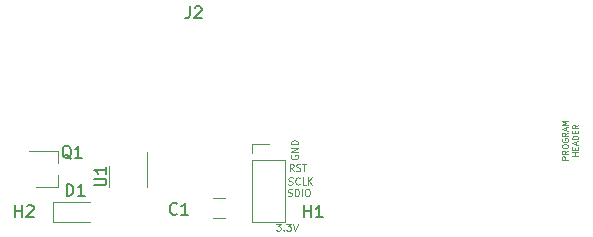
<source format=gto>
G04 #@! TF.FileFunction,Legend,Top*
%FSLAX46Y46*%
G04 Gerber Fmt 4.6, Leading zero omitted, Abs format (unit mm)*
G04 Created by KiCad (PCBNEW 4.0.5) date 09/25/17 19:08:10*
%MOMM*%
%LPD*%
G01*
G04 APERTURE LIST*
%ADD10C,0.100000*%
%ADD11C,0.125000*%
%ADD12C,0.120000*%
%ADD13C,0.150000*%
G04 APERTURE END LIST*
D10*
D11*
X149102690Y-82122857D02*
X148602690Y-82122857D01*
X148602690Y-81932381D01*
X148626500Y-81884762D01*
X148650310Y-81860953D01*
X148697929Y-81837143D01*
X148769357Y-81837143D01*
X148816976Y-81860953D01*
X148840786Y-81884762D01*
X148864595Y-81932381D01*
X148864595Y-82122857D01*
X149102690Y-81337143D02*
X148864595Y-81503810D01*
X149102690Y-81622857D02*
X148602690Y-81622857D01*
X148602690Y-81432381D01*
X148626500Y-81384762D01*
X148650310Y-81360953D01*
X148697929Y-81337143D01*
X148769357Y-81337143D01*
X148816976Y-81360953D01*
X148840786Y-81384762D01*
X148864595Y-81432381D01*
X148864595Y-81622857D01*
X148602690Y-81027619D02*
X148602690Y-80932381D01*
X148626500Y-80884762D01*
X148674119Y-80837143D01*
X148769357Y-80813334D01*
X148936024Y-80813334D01*
X149031262Y-80837143D01*
X149078881Y-80884762D01*
X149102690Y-80932381D01*
X149102690Y-81027619D01*
X149078881Y-81075238D01*
X149031262Y-81122857D01*
X148936024Y-81146667D01*
X148769357Y-81146667D01*
X148674119Y-81122857D01*
X148626500Y-81075238D01*
X148602690Y-81027619D01*
X148626500Y-80337143D02*
X148602690Y-80384762D01*
X148602690Y-80456190D01*
X148626500Y-80527619D01*
X148674119Y-80575238D01*
X148721738Y-80599047D01*
X148816976Y-80622857D01*
X148888405Y-80622857D01*
X148983643Y-80599047D01*
X149031262Y-80575238D01*
X149078881Y-80527619D01*
X149102690Y-80456190D01*
X149102690Y-80408571D01*
X149078881Y-80337143D01*
X149055071Y-80313333D01*
X148888405Y-80313333D01*
X148888405Y-80408571D01*
X149102690Y-79813333D02*
X148864595Y-79980000D01*
X149102690Y-80099047D02*
X148602690Y-80099047D01*
X148602690Y-79908571D01*
X148626500Y-79860952D01*
X148650310Y-79837143D01*
X148697929Y-79813333D01*
X148769357Y-79813333D01*
X148816976Y-79837143D01*
X148840786Y-79860952D01*
X148864595Y-79908571D01*
X148864595Y-80099047D01*
X148959833Y-79622857D02*
X148959833Y-79384762D01*
X149102690Y-79670476D02*
X148602690Y-79503809D01*
X149102690Y-79337143D01*
X149102690Y-79170476D02*
X148602690Y-79170476D01*
X148959833Y-79003810D01*
X148602690Y-78837143D01*
X149102690Y-78837143D01*
X149977690Y-81789523D02*
X149477690Y-81789523D01*
X149715786Y-81789523D02*
X149715786Y-81503809D01*
X149977690Y-81503809D02*
X149477690Y-81503809D01*
X149715786Y-81265713D02*
X149715786Y-81099047D01*
X149977690Y-81027618D02*
X149977690Y-81265713D01*
X149477690Y-81265713D01*
X149477690Y-81027618D01*
X149834833Y-80837142D02*
X149834833Y-80599047D01*
X149977690Y-80884761D02*
X149477690Y-80718094D01*
X149977690Y-80551428D01*
X149977690Y-80384761D02*
X149477690Y-80384761D01*
X149477690Y-80265714D01*
X149501500Y-80194285D01*
X149549119Y-80146666D01*
X149596738Y-80122857D01*
X149691976Y-80099047D01*
X149763405Y-80099047D01*
X149858643Y-80122857D01*
X149906262Y-80146666D01*
X149953881Y-80194285D01*
X149977690Y-80265714D01*
X149977690Y-80384761D01*
X149715786Y-79884761D02*
X149715786Y-79718095D01*
X149977690Y-79646666D02*
X149977690Y-79884761D01*
X149477690Y-79884761D01*
X149477690Y-79646666D01*
X149977690Y-79146666D02*
X149739595Y-79313333D01*
X149977690Y-79432380D02*
X149477690Y-79432380D01*
X149477690Y-79241904D01*
X149501500Y-79194285D01*
X149525310Y-79170476D01*
X149572929Y-79146666D01*
X149644357Y-79146666D01*
X149691976Y-79170476D01*
X149715786Y-79194285D01*
X149739595Y-79241904D01*
X149739595Y-79432380D01*
X124425285Y-87517429D02*
X124796714Y-87517429D01*
X124596714Y-87746000D01*
X124682428Y-87746000D01*
X124739571Y-87774571D01*
X124768142Y-87803143D01*
X124796714Y-87860286D01*
X124796714Y-88003143D01*
X124768142Y-88060286D01*
X124739571Y-88088857D01*
X124682428Y-88117429D01*
X124511000Y-88117429D01*
X124453857Y-88088857D01*
X124425285Y-88060286D01*
X125053857Y-88060286D02*
X125082429Y-88088857D01*
X125053857Y-88117429D01*
X125025286Y-88088857D01*
X125053857Y-88060286D01*
X125053857Y-88117429D01*
X125282428Y-87517429D02*
X125653857Y-87517429D01*
X125453857Y-87746000D01*
X125539571Y-87746000D01*
X125596714Y-87774571D01*
X125625285Y-87803143D01*
X125653857Y-87860286D01*
X125653857Y-88003143D01*
X125625285Y-88060286D01*
X125596714Y-88088857D01*
X125539571Y-88117429D01*
X125368143Y-88117429D01*
X125311000Y-88088857D01*
X125282428Y-88060286D01*
X125825286Y-87517429D02*
X126025286Y-88117429D01*
X126225286Y-87517429D01*
X125398429Y-85167857D02*
X125484143Y-85196429D01*
X125627000Y-85196429D01*
X125684143Y-85167857D01*
X125712714Y-85139286D01*
X125741286Y-85082143D01*
X125741286Y-85025000D01*
X125712714Y-84967857D01*
X125684143Y-84939286D01*
X125627000Y-84910714D01*
X125512714Y-84882143D01*
X125455572Y-84853571D01*
X125427000Y-84825000D01*
X125398429Y-84767857D01*
X125398429Y-84710714D01*
X125427000Y-84653571D01*
X125455572Y-84625000D01*
X125512714Y-84596429D01*
X125655572Y-84596429D01*
X125741286Y-84625000D01*
X125998429Y-85196429D02*
X125998429Y-84596429D01*
X126141286Y-84596429D01*
X126227001Y-84625000D01*
X126284143Y-84682143D01*
X126312715Y-84739286D01*
X126341286Y-84853571D01*
X126341286Y-84939286D01*
X126312715Y-85053571D01*
X126284143Y-85110714D01*
X126227001Y-85167857D01*
X126141286Y-85196429D01*
X125998429Y-85196429D01*
X126598429Y-85196429D02*
X126598429Y-84596429D01*
X126998429Y-84596429D02*
X127112715Y-84596429D01*
X127169857Y-84625000D01*
X127227000Y-84682143D01*
X127255572Y-84796429D01*
X127255572Y-84996429D01*
X127227000Y-85110714D01*
X127169857Y-85167857D01*
X127112715Y-85196429D01*
X126998429Y-85196429D01*
X126941286Y-85167857D01*
X126884143Y-85110714D01*
X126855572Y-84996429D01*
X126855572Y-84796429D01*
X126884143Y-84682143D01*
X126941286Y-84625000D01*
X126998429Y-84596429D01*
X125452315Y-84189857D02*
X125538029Y-84218429D01*
X125680886Y-84218429D01*
X125738029Y-84189857D01*
X125766600Y-84161286D01*
X125795172Y-84104143D01*
X125795172Y-84047000D01*
X125766600Y-83989857D01*
X125738029Y-83961286D01*
X125680886Y-83932714D01*
X125566600Y-83904143D01*
X125509458Y-83875571D01*
X125480886Y-83847000D01*
X125452315Y-83789857D01*
X125452315Y-83732714D01*
X125480886Y-83675571D01*
X125509458Y-83647000D01*
X125566600Y-83618429D01*
X125709458Y-83618429D01*
X125795172Y-83647000D01*
X126395172Y-84161286D02*
X126366601Y-84189857D01*
X126280887Y-84218429D01*
X126223744Y-84218429D01*
X126138029Y-84189857D01*
X126080887Y-84132714D01*
X126052315Y-84075571D01*
X126023744Y-83961286D01*
X126023744Y-83875571D01*
X126052315Y-83761286D01*
X126080887Y-83704143D01*
X126138029Y-83647000D01*
X126223744Y-83618429D01*
X126280887Y-83618429D01*
X126366601Y-83647000D01*
X126395172Y-83675571D01*
X126938029Y-84218429D02*
X126652315Y-84218429D01*
X126652315Y-83618429D01*
X127138029Y-84218429D02*
X127138029Y-83618429D01*
X127480886Y-84218429D02*
X127223743Y-83875571D01*
X127480886Y-83618429D02*
X127138029Y-83961286D01*
X125884028Y-83075429D02*
X125684028Y-82789714D01*
X125541171Y-83075429D02*
X125541171Y-82475429D01*
X125769743Y-82475429D01*
X125826885Y-82504000D01*
X125855457Y-82532571D01*
X125884028Y-82589714D01*
X125884028Y-82675429D01*
X125855457Y-82732571D01*
X125826885Y-82761143D01*
X125769743Y-82789714D01*
X125541171Y-82789714D01*
X126112600Y-83046857D02*
X126198314Y-83075429D01*
X126341171Y-83075429D01*
X126398314Y-83046857D01*
X126426885Y-83018286D01*
X126455457Y-82961143D01*
X126455457Y-82904000D01*
X126426885Y-82846857D01*
X126398314Y-82818286D01*
X126341171Y-82789714D01*
X126226885Y-82761143D01*
X126169743Y-82732571D01*
X126141171Y-82704000D01*
X126112600Y-82646857D01*
X126112600Y-82589714D01*
X126141171Y-82532571D01*
X126169743Y-82504000D01*
X126226885Y-82475429D01*
X126369743Y-82475429D01*
X126455457Y-82504000D01*
X126626886Y-82475429D02*
X126969743Y-82475429D01*
X126798314Y-83075429D02*
X126798314Y-82475429D01*
X125701880Y-81734702D02*
X125673309Y-81791845D01*
X125673309Y-81877559D01*
X125701880Y-81963274D01*
X125759023Y-82020416D01*
X125816166Y-82048988D01*
X125930451Y-82077559D01*
X126016166Y-82077559D01*
X126130451Y-82048988D01*
X126187594Y-82020416D01*
X126244737Y-81963274D01*
X126273309Y-81877559D01*
X126273309Y-81820416D01*
X126244737Y-81734702D01*
X126216166Y-81706131D01*
X126016166Y-81706131D01*
X126016166Y-81820416D01*
X126273309Y-81448988D02*
X125673309Y-81448988D01*
X126273309Y-81106131D01*
X125673309Y-81106131D01*
X126273309Y-80820417D02*
X125673309Y-80820417D01*
X125673309Y-80677560D01*
X125701880Y-80591845D01*
X125759023Y-80534703D01*
X125816166Y-80506131D01*
X125930451Y-80477560D01*
X126016166Y-80477560D01*
X126130451Y-80506131D01*
X126187594Y-80534703D01*
X126244737Y-80591845D01*
X126273309Y-80677560D01*
X126273309Y-80820417D01*
D12*
X122397000Y-82156400D02*
X122397000Y-87356400D01*
X122397000Y-87356400D02*
X125177000Y-87356400D01*
X125177000Y-87356400D02*
X125177000Y-82156400D01*
X125177000Y-82156400D02*
X122397000Y-82156400D01*
X122397000Y-81521400D02*
X122397000Y-80766400D01*
X122397000Y-80766400D02*
X123787000Y-80766400D01*
X120096000Y-85345000D02*
X119096000Y-85345000D01*
X119096000Y-87045000D02*
X120096000Y-87045000D01*
X105504000Y-85726000D02*
X105504000Y-87426000D01*
X105504000Y-87426000D02*
X108654000Y-87426000D01*
X105504000Y-85726000D02*
X108654000Y-85726000D01*
X105941000Y-83393000D02*
X105941000Y-84443000D01*
X105941000Y-84443000D02*
X104091000Y-84443000D01*
X105941000Y-81393000D02*
X105941000Y-82393000D01*
X105921000Y-81383000D02*
X103491000Y-81383000D01*
X110239000Y-82628000D02*
X110239000Y-84428000D01*
X113459000Y-84428000D02*
X113459000Y-81478000D01*
D13*
X117103667Y-69137381D02*
X117103667Y-69851667D01*
X117056047Y-69994524D01*
X116960809Y-70089762D01*
X116817952Y-70137381D01*
X116722714Y-70137381D01*
X117532238Y-69232619D02*
X117579857Y-69185000D01*
X117675095Y-69137381D01*
X117913191Y-69137381D01*
X118008429Y-69185000D01*
X118056048Y-69232619D01*
X118103667Y-69327857D01*
X118103667Y-69423095D01*
X118056048Y-69565952D01*
X117484619Y-70137381D01*
X118103667Y-70137381D01*
X116000334Y-86679143D02*
X115952715Y-86726762D01*
X115809858Y-86774381D01*
X115714620Y-86774381D01*
X115571762Y-86726762D01*
X115476524Y-86631524D01*
X115428905Y-86536286D01*
X115381286Y-86345810D01*
X115381286Y-86202952D01*
X115428905Y-86012476D01*
X115476524Y-85917238D01*
X115571762Y-85822000D01*
X115714620Y-85774381D01*
X115809858Y-85774381D01*
X115952715Y-85822000D01*
X116000334Y-85869619D01*
X116952715Y-86774381D02*
X116381286Y-86774381D01*
X116667000Y-86774381D02*
X116667000Y-85774381D01*
X116571762Y-85917238D01*
X116476524Y-86012476D01*
X116381286Y-86060095D01*
X106665905Y-85178381D02*
X106665905Y-84178381D01*
X106904000Y-84178381D01*
X107046858Y-84226000D01*
X107142096Y-84321238D01*
X107189715Y-84416476D01*
X107237334Y-84606952D01*
X107237334Y-84749810D01*
X107189715Y-84940286D01*
X107142096Y-85035524D01*
X107046858Y-85130762D01*
X106904000Y-85178381D01*
X106665905Y-85178381D01*
X108189715Y-85178381D02*
X107618286Y-85178381D01*
X107904000Y-85178381D02*
X107904000Y-84178381D01*
X107808762Y-84321238D01*
X107713524Y-84416476D01*
X107618286Y-84464095D01*
X107054762Y-82043619D02*
X106959524Y-81996000D01*
X106864286Y-81900762D01*
X106721429Y-81757905D01*
X106626190Y-81710286D01*
X106530952Y-81710286D01*
X106578571Y-81948381D02*
X106483333Y-81900762D01*
X106388095Y-81805524D01*
X106340476Y-81615048D01*
X106340476Y-81281714D01*
X106388095Y-81091238D01*
X106483333Y-80996000D01*
X106578571Y-80948381D01*
X106769048Y-80948381D01*
X106864286Y-80996000D01*
X106959524Y-81091238D01*
X107007143Y-81281714D01*
X107007143Y-81615048D01*
X106959524Y-81805524D01*
X106864286Y-81900762D01*
X106769048Y-81948381D01*
X106578571Y-81948381D01*
X107959524Y-81948381D02*
X107388095Y-81948381D01*
X107673809Y-81948381D02*
X107673809Y-80948381D01*
X107578571Y-81091238D01*
X107483333Y-81186476D01*
X107388095Y-81234095D01*
X109015381Y-84289905D02*
X109824905Y-84289905D01*
X109920143Y-84242286D01*
X109967762Y-84194667D01*
X110015381Y-84099429D01*
X110015381Y-83908952D01*
X109967762Y-83813714D01*
X109920143Y-83766095D01*
X109824905Y-83718476D01*
X109015381Y-83718476D01*
X110015381Y-82718476D02*
X110015381Y-83289905D01*
X110015381Y-83004191D02*
X109015381Y-83004191D01*
X109158238Y-83099429D01*
X109253476Y-83194667D01*
X109301095Y-83289905D01*
X126779215Y-86967421D02*
X126779215Y-85967421D01*
X126779215Y-86443611D02*
X127350644Y-86443611D01*
X127350644Y-86967421D02*
X127350644Y-85967421D01*
X128350644Y-86967421D02*
X127779215Y-86967421D01*
X128064929Y-86967421D02*
X128064929Y-85967421D01*
X127969691Y-86110278D01*
X127874453Y-86205516D01*
X127779215Y-86253135D01*
X102298695Y-86967421D02*
X102298695Y-85967421D01*
X102298695Y-86443611D02*
X102870124Y-86443611D01*
X102870124Y-86967421D02*
X102870124Y-85967421D01*
X103298695Y-86062659D02*
X103346314Y-86015040D01*
X103441552Y-85967421D01*
X103679648Y-85967421D01*
X103774886Y-86015040D01*
X103822505Y-86062659D01*
X103870124Y-86157897D01*
X103870124Y-86253135D01*
X103822505Y-86395992D01*
X103251076Y-86967421D01*
X103870124Y-86967421D01*
M02*

</source>
